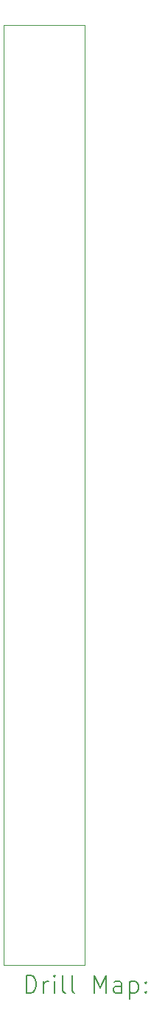
<source format=gbr>
%TF.GenerationSoftware,KiCad,Pcbnew,7.0.8*%
%TF.CreationDate,2024-09-22T22:21:17-04:00*%
%TF.ProjectId,lichen-passive-mutes-board,6c696368-656e-42d7-9061-73736976652d,1.0*%
%TF.SameCoordinates,Original*%
%TF.FileFunction,Drillmap*%
%TF.FilePolarity,Positive*%
%FSLAX45Y45*%
G04 Gerber Fmt 4.5, Leading zero omitted, Abs format (unit mm)*
G04 Created by KiCad (PCBNEW 7.0.8) date 2024-09-22 22:21:17*
%MOMM*%
%LPD*%
G01*
G04 APERTURE LIST*
%ADD10C,0.100000*%
%ADD11C,0.200000*%
G04 APERTURE END LIST*
D10*
X10025000Y-11025000D02*
X10955000Y-11025000D01*
X10955000Y-21825000D01*
X10025000Y-21825000D01*
X10025000Y-11025000D01*
D11*
X10280777Y-22141484D02*
X10280777Y-21941484D01*
X10280777Y-21941484D02*
X10328396Y-21941484D01*
X10328396Y-21941484D02*
X10356967Y-21951008D01*
X10356967Y-21951008D02*
X10376015Y-21970055D01*
X10376015Y-21970055D02*
X10385539Y-21989103D01*
X10385539Y-21989103D02*
X10395063Y-22027198D01*
X10395063Y-22027198D02*
X10395063Y-22055770D01*
X10395063Y-22055770D02*
X10385539Y-22093865D01*
X10385539Y-22093865D02*
X10376015Y-22112912D01*
X10376015Y-22112912D02*
X10356967Y-22131960D01*
X10356967Y-22131960D02*
X10328396Y-22141484D01*
X10328396Y-22141484D02*
X10280777Y-22141484D01*
X10480777Y-22141484D02*
X10480777Y-22008150D01*
X10480777Y-22046246D02*
X10490301Y-22027198D01*
X10490301Y-22027198D02*
X10499824Y-22017674D01*
X10499824Y-22017674D02*
X10518872Y-22008150D01*
X10518872Y-22008150D02*
X10537920Y-22008150D01*
X10604586Y-22141484D02*
X10604586Y-22008150D01*
X10604586Y-21941484D02*
X10595063Y-21951008D01*
X10595063Y-21951008D02*
X10604586Y-21960531D01*
X10604586Y-21960531D02*
X10614110Y-21951008D01*
X10614110Y-21951008D02*
X10604586Y-21941484D01*
X10604586Y-21941484D02*
X10604586Y-21960531D01*
X10728396Y-22141484D02*
X10709348Y-22131960D01*
X10709348Y-22131960D02*
X10699824Y-22112912D01*
X10699824Y-22112912D02*
X10699824Y-21941484D01*
X10833158Y-22141484D02*
X10814110Y-22131960D01*
X10814110Y-22131960D02*
X10804586Y-22112912D01*
X10804586Y-22112912D02*
X10804586Y-21941484D01*
X11061729Y-22141484D02*
X11061729Y-21941484D01*
X11061729Y-21941484D02*
X11128396Y-22084341D01*
X11128396Y-22084341D02*
X11195062Y-21941484D01*
X11195062Y-21941484D02*
X11195062Y-22141484D01*
X11376015Y-22141484D02*
X11376015Y-22036722D01*
X11376015Y-22036722D02*
X11366491Y-22017674D01*
X11366491Y-22017674D02*
X11347443Y-22008150D01*
X11347443Y-22008150D02*
X11309348Y-22008150D01*
X11309348Y-22008150D02*
X11290301Y-22017674D01*
X11376015Y-22131960D02*
X11356967Y-22141484D01*
X11356967Y-22141484D02*
X11309348Y-22141484D01*
X11309348Y-22141484D02*
X11290301Y-22131960D01*
X11290301Y-22131960D02*
X11280777Y-22112912D01*
X11280777Y-22112912D02*
X11280777Y-22093865D01*
X11280777Y-22093865D02*
X11290301Y-22074817D01*
X11290301Y-22074817D02*
X11309348Y-22065293D01*
X11309348Y-22065293D02*
X11356967Y-22065293D01*
X11356967Y-22065293D02*
X11376015Y-22055770D01*
X11471253Y-22008150D02*
X11471253Y-22208150D01*
X11471253Y-22017674D02*
X11490301Y-22008150D01*
X11490301Y-22008150D02*
X11528396Y-22008150D01*
X11528396Y-22008150D02*
X11547443Y-22017674D01*
X11547443Y-22017674D02*
X11556967Y-22027198D01*
X11556967Y-22027198D02*
X11566491Y-22046246D01*
X11566491Y-22046246D02*
X11566491Y-22103389D01*
X11566491Y-22103389D02*
X11556967Y-22122436D01*
X11556967Y-22122436D02*
X11547443Y-22131960D01*
X11547443Y-22131960D02*
X11528396Y-22141484D01*
X11528396Y-22141484D02*
X11490301Y-22141484D01*
X11490301Y-22141484D02*
X11471253Y-22131960D01*
X11652205Y-22122436D02*
X11661729Y-22131960D01*
X11661729Y-22131960D02*
X11652205Y-22141484D01*
X11652205Y-22141484D02*
X11642682Y-22131960D01*
X11642682Y-22131960D02*
X11652205Y-22122436D01*
X11652205Y-22122436D02*
X11652205Y-22141484D01*
X11652205Y-22017674D02*
X11661729Y-22027198D01*
X11661729Y-22027198D02*
X11652205Y-22036722D01*
X11652205Y-22036722D02*
X11642682Y-22027198D01*
X11642682Y-22027198D02*
X11652205Y-22017674D01*
X11652205Y-22017674D02*
X11652205Y-22036722D01*
M02*

</source>
